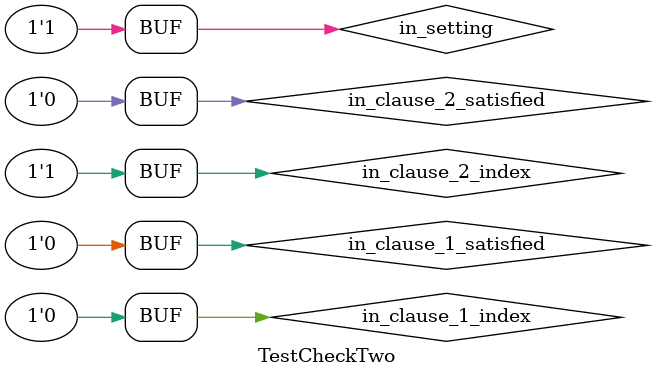
<source format=v>

module TestCheckTwo
#(
parameter MAXIMUM_BIT_WIDTH_OF_CLAUSES_INDEX = 1//gives us the maximum number of clauses
);
 
 // Inputs
 reg [MAXIMUM_BIT_WIDTH_OF_CLAUSES_INDEX-1:0] in_clause_1_index;
 reg [MAXIMUM_BIT_WIDTH_OF_CLAUSES_INDEX-1:0] in_clause_2_index;
 reg in_clause_1_satisfied;
 reg in_clause_2_satisfied;
 reg in_setting;
 
 // Outputs
  wire [MAXIMUM_BIT_WIDTH_OF_CLAUSES_INDEX-1:0] out_clause_index;
  wire out_clause_satisfied;


initial begin  
 #10
 in_setting = 0;
 in_clause_1_index = 0;
 in_clause_2_index = 1;
 in_clause_1_satisfied = 0;
 in_clause_2_satisfied = 1;

 #10
 in_setting = 0;
 in_clause_1_index = 0;
 in_clause_2_index = 1;
 in_clause_1_satisfied = 1;
 in_clause_2_satisfied = 0;


 #10
 in_setting = 0;
 in_clause_1_index = 0;
 in_clause_2_index = 1;
 in_clause_1_satisfied = 1;
 in_clause_2_satisfied = 1;


 #10
 in_setting = 1;
 in_clause_1_index = 0;
 in_clause_2_index = 1;
 in_clause_1_satisfied = 0;
 in_clause_2_satisfied = 0;


 
end
 



 initial begin
 $display("output of testing..");
 $monitor(" the index is %d",  out_clause_index);
 $monitor(" the clause is satisfied : %d",  out_clause_satisfied);
 end     


 // Instantiate the Unit Under Test (UUT)
 CompareTwoChecker  uut (
  .in_clause_1_index(in_clause_1_index), 
  .in_clause_2_index(in_clause_2_index),
  .in_clause_1_satisfied(in_clause_1_satisfied),
  .in_clause_2_satisfied(in_clause_2_satisfied),
  .in_setting(in_setting),
  .out_clause_index(out_clause_index),
  .out_clause_satisfied(out_clause_satisfied)
 );
 
endmodule  

</source>
